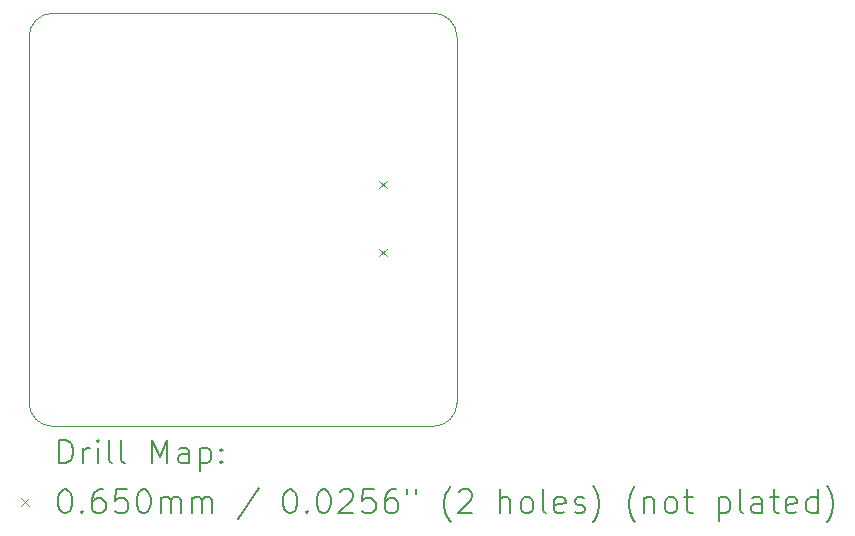
<source format=gbr>
%TF.GenerationSoftware,KiCad,Pcbnew,9.0.1*%
%TF.CreationDate,2025-04-29T03:14:40+06:00*%
%TF.ProjectId,stm32f401,73746d33-3266-4343-9031-2e6b69636164,rev?*%
%TF.SameCoordinates,Original*%
%TF.FileFunction,Drillmap*%
%TF.FilePolarity,Positive*%
%FSLAX45Y45*%
G04 Gerber Fmt 4.5, Leading zero omitted, Abs format (unit mm)*
G04 Created by KiCad (PCBNEW 9.0.1) date 2025-04-29 03:14:40*
%MOMM*%
%LPD*%
G01*
G04 APERTURE LIST*
%ADD10C,0.050000*%
%ADD11C,0.200000*%
%ADD12C,0.100000*%
G04 APERTURE END LIST*
D10*
X4200000Y-5000000D02*
X7424000Y-4998000D01*
X7624578Y-8297040D02*
X7623579Y-5198420D01*
X4200000Y-8496000D02*
X7424579Y-8497040D01*
X4000000Y-8296000D02*
X4000000Y-5200000D01*
X4200000Y-8496000D02*
G75*
G02*
X4000000Y-8296000I0J200000D01*
G01*
X7624579Y-8297040D02*
G75*
G02*
X7424579Y-8497040I-200000J0D01*
G01*
X7423579Y-4998421D02*
G75*
G02*
X7623579Y-5198421I0J-200000D01*
G01*
X4000000Y-5200000D02*
G75*
G02*
X4200000Y-5000000I200000J0D01*
G01*
D11*
D12*
X6964000Y-6415500D02*
X7029000Y-6480500D01*
X7029000Y-6415500D02*
X6964000Y-6480500D01*
X6964000Y-6993500D02*
X7029000Y-7058500D01*
X7029000Y-6993500D02*
X6964000Y-7058500D01*
D11*
X4258277Y-8811024D02*
X4258277Y-8611024D01*
X4258277Y-8611024D02*
X4305896Y-8611024D01*
X4305896Y-8611024D02*
X4334467Y-8620548D01*
X4334467Y-8620548D02*
X4353515Y-8639595D01*
X4353515Y-8639595D02*
X4363039Y-8658643D01*
X4363039Y-8658643D02*
X4372563Y-8696738D01*
X4372563Y-8696738D02*
X4372563Y-8725310D01*
X4372563Y-8725310D02*
X4363039Y-8763405D01*
X4363039Y-8763405D02*
X4353515Y-8782453D01*
X4353515Y-8782453D02*
X4334467Y-8801500D01*
X4334467Y-8801500D02*
X4305896Y-8811024D01*
X4305896Y-8811024D02*
X4258277Y-8811024D01*
X4458277Y-8811024D02*
X4458277Y-8677691D01*
X4458277Y-8715786D02*
X4467801Y-8696738D01*
X4467801Y-8696738D02*
X4477324Y-8687214D01*
X4477324Y-8687214D02*
X4496372Y-8677691D01*
X4496372Y-8677691D02*
X4515420Y-8677691D01*
X4582086Y-8811024D02*
X4582086Y-8677691D01*
X4582086Y-8611024D02*
X4572563Y-8620548D01*
X4572563Y-8620548D02*
X4582086Y-8630072D01*
X4582086Y-8630072D02*
X4591610Y-8620548D01*
X4591610Y-8620548D02*
X4582086Y-8611024D01*
X4582086Y-8611024D02*
X4582086Y-8630072D01*
X4705896Y-8811024D02*
X4686848Y-8801500D01*
X4686848Y-8801500D02*
X4677324Y-8782453D01*
X4677324Y-8782453D02*
X4677324Y-8611024D01*
X4810658Y-8811024D02*
X4791610Y-8801500D01*
X4791610Y-8801500D02*
X4782086Y-8782453D01*
X4782086Y-8782453D02*
X4782086Y-8611024D01*
X5039229Y-8811024D02*
X5039229Y-8611024D01*
X5039229Y-8611024D02*
X5105896Y-8753881D01*
X5105896Y-8753881D02*
X5172563Y-8611024D01*
X5172563Y-8611024D02*
X5172563Y-8811024D01*
X5353515Y-8811024D02*
X5353515Y-8706262D01*
X5353515Y-8706262D02*
X5343991Y-8687214D01*
X5343991Y-8687214D02*
X5324944Y-8677691D01*
X5324944Y-8677691D02*
X5286848Y-8677691D01*
X5286848Y-8677691D02*
X5267801Y-8687214D01*
X5353515Y-8801500D02*
X5334467Y-8811024D01*
X5334467Y-8811024D02*
X5286848Y-8811024D01*
X5286848Y-8811024D02*
X5267801Y-8801500D01*
X5267801Y-8801500D02*
X5258277Y-8782453D01*
X5258277Y-8782453D02*
X5258277Y-8763405D01*
X5258277Y-8763405D02*
X5267801Y-8744357D01*
X5267801Y-8744357D02*
X5286848Y-8734834D01*
X5286848Y-8734834D02*
X5334467Y-8734834D01*
X5334467Y-8734834D02*
X5353515Y-8725310D01*
X5448753Y-8677691D02*
X5448753Y-8877691D01*
X5448753Y-8687214D02*
X5467801Y-8677691D01*
X5467801Y-8677691D02*
X5505896Y-8677691D01*
X5505896Y-8677691D02*
X5524944Y-8687214D01*
X5524944Y-8687214D02*
X5534467Y-8696738D01*
X5534467Y-8696738D02*
X5543991Y-8715786D01*
X5543991Y-8715786D02*
X5543991Y-8772929D01*
X5543991Y-8772929D02*
X5534467Y-8791976D01*
X5534467Y-8791976D02*
X5524944Y-8801500D01*
X5524944Y-8801500D02*
X5505896Y-8811024D01*
X5505896Y-8811024D02*
X5467801Y-8811024D01*
X5467801Y-8811024D02*
X5448753Y-8801500D01*
X5629705Y-8791976D02*
X5639229Y-8801500D01*
X5639229Y-8801500D02*
X5629705Y-8811024D01*
X5629705Y-8811024D02*
X5620182Y-8801500D01*
X5620182Y-8801500D02*
X5629705Y-8791976D01*
X5629705Y-8791976D02*
X5629705Y-8811024D01*
X5629705Y-8687214D02*
X5639229Y-8696738D01*
X5639229Y-8696738D02*
X5629705Y-8706262D01*
X5629705Y-8706262D02*
X5620182Y-8696738D01*
X5620182Y-8696738D02*
X5629705Y-8687214D01*
X5629705Y-8687214D02*
X5629705Y-8706262D01*
D12*
X3932500Y-9107040D02*
X3997500Y-9172040D01*
X3997500Y-9107040D02*
X3932500Y-9172040D01*
D11*
X4296372Y-9031024D02*
X4315420Y-9031024D01*
X4315420Y-9031024D02*
X4334467Y-9040548D01*
X4334467Y-9040548D02*
X4343991Y-9050072D01*
X4343991Y-9050072D02*
X4353515Y-9069119D01*
X4353515Y-9069119D02*
X4363039Y-9107214D01*
X4363039Y-9107214D02*
X4363039Y-9154834D01*
X4363039Y-9154834D02*
X4353515Y-9192929D01*
X4353515Y-9192929D02*
X4343991Y-9211976D01*
X4343991Y-9211976D02*
X4334467Y-9221500D01*
X4334467Y-9221500D02*
X4315420Y-9231024D01*
X4315420Y-9231024D02*
X4296372Y-9231024D01*
X4296372Y-9231024D02*
X4277324Y-9221500D01*
X4277324Y-9221500D02*
X4267801Y-9211976D01*
X4267801Y-9211976D02*
X4258277Y-9192929D01*
X4258277Y-9192929D02*
X4248753Y-9154834D01*
X4248753Y-9154834D02*
X4248753Y-9107214D01*
X4248753Y-9107214D02*
X4258277Y-9069119D01*
X4258277Y-9069119D02*
X4267801Y-9050072D01*
X4267801Y-9050072D02*
X4277324Y-9040548D01*
X4277324Y-9040548D02*
X4296372Y-9031024D01*
X4448753Y-9211976D02*
X4458277Y-9221500D01*
X4458277Y-9221500D02*
X4448753Y-9231024D01*
X4448753Y-9231024D02*
X4439229Y-9221500D01*
X4439229Y-9221500D02*
X4448753Y-9211976D01*
X4448753Y-9211976D02*
X4448753Y-9231024D01*
X4629705Y-9031024D02*
X4591610Y-9031024D01*
X4591610Y-9031024D02*
X4572563Y-9040548D01*
X4572563Y-9040548D02*
X4563039Y-9050072D01*
X4563039Y-9050072D02*
X4543991Y-9078643D01*
X4543991Y-9078643D02*
X4534467Y-9116738D01*
X4534467Y-9116738D02*
X4534467Y-9192929D01*
X4534467Y-9192929D02*
X4543991Y-9211976D01*
X4543991Y-9211976D02*
X4553515Y-9221500D01*
X4553515Y-9221500D02*
X4572563Y-9231024D01*
X4572563Y-9231024D02*
X4610658Y-9231024D01*
X4610658Y-9231024D02*
X4629705Y-9221500D01*
X4629705Y-9221500D02*
X4639229Y-9211976D01*
X4639229Y-9211976D02*
X4648753Y-9192929D01*
X4648753Y-9192929D02*
X4648753Y-9145310D01*
X4648753Y-9145310D02*
X4639229Y-9126262D01*
X4639229Y-9126262D02*
X4629705Y-9116738D01*
X4629705Y-9116738D02*
X4610658Y-9107214D01*
X4610658Y-9107214D02*
X4572563Y-9107214D01*
X4572563Y-9107214D02*
X4553515Y-9116738D01*
X4553515Y-9116738D02*
X4543991Y-9126262D01*
X4543991Y-9126262D02*
X4534467Y-9145310D01*
X4829705Y-9031024D02*
X4734467Y-9031024D01*
X4734467Y-9031024D02*
X4724944Y-9126262D01*
X4724944Y-9126262D02*
X4734467Y-9116738D01*
X4734467Y-9116738D02*
X4753515Y-9107214D01*
X4753515Y-9107214D02*
X4801134Y-9107214D01*
X4801134Y-9107214D02*
X4820182Y-9116738D01*
X4820182Y-9116738D02*
X4829705Y-9126262D01*
X4829705Y-9126262D02*
X4839229Y-9145310D01*
X4839229Y-9145310D02*
X4839229Y-9192929D01*
X4839229Y-9192929D02*
X4829705Y-9211976D01*
X4829705Y-9211976D02*
X4820182Y-9221500D01*
X4820182Y-9221500D02*
X4801134Y-9231024D01*
X4801134Y-9231024D02*
X4753515Y-9231024D01*
X4753515Y-9231024D02*
X4734467Y-9221500D01*
X4734467Y-9221500D02*
X4724944Y-9211976D01*
X4963039Y-9031024D02*
X4982086Y-9031024D01*
X4982086Y-9031024D02*
X5001134Y-9040548D01*
X5001134Y-9040548D02*
X5010658Y-9050072D01*
X5010658Y-9050072D02*
X5020182Y-9069119D01*
X5020182Y-9069119D02*
X5029705Y-9107214D01*
X5029705Y-9107214D02*
X5029705Y-9154834D01*
X5029705Y-9154834D02*
X5020182Y-9192929D01*
X5020182Y-9192929D02*
X5010658Y-9211976D01*
X5010658Y-9211976D02*
X5001134Y-9221500D01*
X5001134Y-9221500D02*
X4982086Y-9231024D01*
X4982086Y-9231024D02*
X4963039Y-9231024D01*
X4963039Y-9231024D02*
X4943991Y-9221500D01*
X4943991Y-9221500D02*
X4934467Y-9211976D01*
X4934467Y-9211976D02*
X4924944Y-9192929D01*
X4924944Y-9192929D02*
X4915420Y-9154834D01*
X4915420Y-9154834D02*
X4915420Y-9107214D01*
X4915420Y-9107214D02*
X4924944Y-9069119D01*
X4924944Y-9069119D02*
X4934467Y-9050072D01*
X4934467Y-9050072D02*
X4943991Y-9040548D01*
X4943991Y-9040548D02*
X4963039Y-9031024D01*
X5115420Y-9231024D02*
X5115420Y-9097691D01*
X5115420Y-9116738D02*
X5124944Y-9107214D01*
X5124944Y-9107214D02*
X5143991Y-9097691D01*
X5143991Y-9097691D02*
X5172563Y-9097691D01*
X5172563Y-9097691D02*
X5191610Y-9107214D01*
X5191610Y-9107214D02*
X5201134Y-9126262D01*
X5201134Y-9126262D02*
X5201134Y-9231024D01*
X5201134Y-9126262D02*
X5210658Y-9107214D01*
X5210658Y-9107214D02*
X5229705Y-9097691D01*
X5229705Y-9097691D02*
X5258277Y-9097691D01*
X5258277Y-9097691D02*
X5277325Y-9107214D01*
X5277325Y-9107214D02*
X5286848Y-9126262D01*
X5286848Y-9126262D02*
X5286848Y-9231024D01*
X5382086Y-9231024D02*
X5382086Y-9097691D01*
X5382086Y-9116738D02*
X5391610Y-9107214D01*
X5391610Y-9107214D02*
X5410658Y-9097691D01*
X5410658Y-9097691D02*
X5439229Y-9097691D01*
X5439229Y-9097691D02*
X5458277Y-9107214D01*
X5458277Y-9107214D02*
X5467801Y-9126262D01*
X5467801Y-9126262D02*
X5467801Y-9231024D01*
X5467801Y-9126262D02*
X5477325Y-9107214D01*
X5477325Y-9107214D02*
X5496372Y-9097691D01*
X5496372Y-9097691D02*
X5524944Y-9097691D01*
X5524944Y-9097691D02*
X5543991Y-9107214D01*
X5543991Y-9107214D02*
X5553515Y-9126262D01*
X5553515Y-9126262D02*
X5553515Y-9231024D01*
X5943991Y-9021500D02*
X5772563Y-9278643D01*
X6201134Y-9031024D02*
X6220182Y-9031024D01*
X6220182Y-9031024D02*
X6239229Y-9040548D01*
X6239229Y-9040548D02*
X6248753Y-9050072D01*
X6248753Y-9050072D02*
X6258277Y-9069119D01*
X6258277Y-9069119D02*
X6267801Y-9107214D01*
X6267801Y-9107214D02*
X6267801Y-9154834D01*
X6267801Y-9154834D02*
X6258277Y-9192929D01*
X6258277Y-9192929D02*
X6248753Y-9211976D01*
X6248753Y-9211976D02*
X6239229Y-9221500D01*
X6239229Y-9221500D02*
X6220182Y-9231024D01*
X6220182Y-9231024D02*
X6201134Y-9231024D01*
X6201134Y-9231024D02*
X6182086Y-9221500D01*
X6182086Y-9221500D02*
X6172563Y-9211976D01*
X6172563Y-9211976D02*
X6163039Y-9192929D01*
X6163039Y-9192929D02*
X6153515Y-9154834D01*
X6153515Y-9154834D02*
X6153515Y-9107214D01*
X6153515Y-9107214D02*
X6163039Y-9069119D01*
X6163039Y-9069119D02*
X6172563Y-9050072D01*
X6172563Y-9050072D02*
X6182086Y-9040548D01*
X6182086Y-9040548D02*
X6201134Y-9031024D01*
X6353515Y-9211976D02*
X6363039Y-9221500D01*
X6363039Y-9221500D02*
X6353515Y-9231024D01*
X6353515Y-9231024D02*
X6343991Y-9221500D01*
X6343991Y-9221500D02*
X6353515Y-9211976D01*
X6353515Y-9211976D02*
X6353515Y-9231024D01*
X6486848Y-9031024D02*
X6505896Y-9031024D01*
X6505896Y-9031024D02*
X6524944Y-9040548D01*
X6524944Y-9040548D02*
X6534467Y-9050072D01*
X6534467Y-9050072D02*
X6543991Y-9069119D01*
X6543991Y-9069119D02*
X6553515Y-9107214D01*
X6553515Y-9107214D02*
X6553515Y-9154834D01*
X6553515Y-9154834D02*
X6543991Y-9192929D01*
X6543991Y-9192929D02*
X6534467Y-9211976D01*
X6534467Y-9211976D02*
X6524944Y-9221500D01*
X6524944Y-9221500D02*
X6505896Y-9231024D01*
X6505896Y-9231024D02*
X6486848Y-9231024D01*
X6486848Y-9231024D02*
X6467801Y-9221500D01*
X6467801Y-9221500D02*
X6458277Y-9211976D01*
X6458277Y-9211976D02*
X6448753Y-9192929D01*
X6448753Y-9192929D02*
X6439229Y-9154834D01*
X6439229Y-9154834D02*
X6439229Y-9107214D01*
X6439229Y-9107214D02*
X6448753Y-9069119D01*
X6448753Y-9069119D02*
X6458277Y-9050072D01*
X6458277Y-9050072D02*
X6467801Y-9040548D01*
X6467801Y-9040548D02*
X6486848Y-9031024D01*
X6629706Y-9050072D02*
X6639229Y-9040548D01*
X6639229Y-9040548D02*
X6658277Y-9031024D01*
X6658277Y-9031024D02*
X6705896Y-9031024D01*
X6705896Y-9031024D02*
X6724944Y-9040548D01*
X6724944Y-9040548D02*
X6734467Y-9050072D01*
X6734467Y-9050072D02*
X6743991Y-9069119D01*
X6743991Y-9069119D02*
X6743991Y-9088167D01*
X6743991Y-9088167D02*
X6734467Y-9116738D01*
X6734467Y-9116738D02*
X6620182Y-9231024D01*
X6620182Y-9231024D02*
X6743991Y-9231024D01*
X6924944Y-9031024D02*
X6829706Y-9031024D01*
X6829706Y-9031024D02*
X6820182Y-9126262D01*
X6820182Y-9126262D02*
X6829706Y-9116738D01*
X6829706Y-9116738D02*
X6848753Y-9107214D01*
X6848753Y-9107214D02*
X6896372Y-9107214D01*
X6896372Y-9107214D02*
X6915420Y-9116738D01*
X6915420Y-9116738D02*
X6924944Y-9126262D01*
X6924944Y-9126262D02*
X6934467Y-9145310D01*
X6934467Y-9145310D02*
X6934467Y-9192929D01*
X6934467Y-9192929D02*
X6924944Y-9211976D01*
X6924944Y-9211976D02*
X6915420Y-9221500D01*
X6915420Y-9221500D02*
X6896372Y-9231024D01*
X6896372Y-9231024D02*
X6848753Y-9231024D01*
X6848753Y-9231024D02*
X6829706Y-9221500D01*
X6829706Y-9221500D02*
X6820182Y-9211976D01*
X7105896Y-9031024D02*
X7067801Y-9031024D01*
X7067801Y-9031024D02*
X7048753Y-9040548D01*
X7048753Y-9040548D02*
X7039229Y-9050072D01*
X7039229Y-9050072D02*
X7020182Y-9078643D01*
X7020182Y-9078643D02*
X7010658Y-9116738D01*
X7010658Y-9116738D02*
X7010658Y-9192929D01*
X7010658Y-9192929D02*
X7020182Y-9211976D01*
X7020182Y-9211976D02*
X7029706Y-9221500D01*
X7029706Y-9221500D02*
X7048753Y-9231024D01*
X7048753Y-9231024D02*
X7086848Y-9231024D01*
X7086848Y-9231024D02*
X7105896Y-9221500D01*
X7105896Y-9221500D02*
X7115420Y-9211976D01*
X7115420Y-9211976D02*
X7124944Y-9192929D01*
X7124944Y-9192929D02*
X7124944Y-9145310D01*
X7124944Y-9145310D02*
X7115420Y-9126262D01*
X7115420Y-9126262D02*
X7105896Y-9116738D01*
X7105896Y-9116738D02*
X7086848Y-9107214D01*
X7086848Y-9107214D02*
X7048753Y-9107214D01*
X7048753Y-9107214D02*
X7029706Y-9116738D01*
X7029706Y-9116738D02*
X7020182Y-9126262D01*
X7020182Y-9126262D02*
X7010658Y-9145310D01*
X7201134Y-9031024D02*
X7201134Y-9069119D01*
X7277325Y-9031024D02*
X7277325Y-9069119D01*
X7572563Y-9307214D02*
X7563039Y-9297691D01*
X7563039Y-9297691D02*
X7543991Y-9269119D01*
X7543991Y-9269119D02*
X7534468Y-9250072D01*
X7534468Y-9250072D02*
X7524944Y-9221500D01*
X7524944Y-9221500D02*
X7515420Y-9173881D01*
X7515420Y-9173881D02*
X7515420Y-9135786D01*
X7515420Y-9135786D02*
X7524944Y-9088167D01*
X7524944Y-9088167D02*
X7534468Y-9059595D01*
X7534468Y-9059595D02*
X7543991Y-9040548D01*
X7543991Y-9040548D02*
X7563039Y-9011976D01*
X7563039Y-9011976D02*
X7572563Y-9002453D01*
X7639229Y-9050072D02*
X7648753Y-9040548D01*
X7648753Y-9040548D02*
X7667801Y-9031024D01*
X7667801Y-9031024D02*
X7715420Y-9031024D01*
X7715420Y-9031024D02*
X7734468Y-9040548D01*
X7734468Y-9040548D02*
X7743991Y-9050072D01*
X7743991Y-9050072D02*
X7753515Y-9069119D01*
X7753515Y-9069119D02*
X7753515Y-9088167D01*
X7753515Y-9088167D02*
X7743991Y-9116738D01*
X7743991Y-9116738D02*
X7629706Y-9231024D01*
X7629706Y-9231024D02*
X7753515Y-9231024D01*
X7991610Y-9231024D02*
X7991610Y-9031024D01*
X8077325Y-9231024D02*
X8077325Y-9126262D01*
X8077325Y-9126262D02*
X8067801Y-9107214D01*
X8067801Y-9107214D02*
X8048753Y-9097691D01*
X8048753Y-9097691D02*
X8020182Y-9097691D01*
X8020182Y-9097691D02*
X8001134Y-9107214D01*
X8001134Y-9107214D02*
X7991610Y-9116738D01*
X8201134Y-9231024D02*
X8182087Y-9221500D01*
X8182087Y-9221500D02*
X8172563Y-9211976D01*
X8172563Y-9211976D02*
X8163039Y-9192929D01*
X8163039Y-9192929D02*
X8163039Y-9135786D01*
X8163039Y-9135786D02*
X8172563Y-9116738D01*
X8172563Y-9116738D02*
X8182087Y-9107214D01*
X8182087Y-9107214D02*
X8201134Y-9097691D01*
X8201134Y-9097691D02*
X8229706Y-9097691D01*
X8229706Y-9097691D02*
X8248753Y-9107214D01*
X8248753Y-9107214D02*
X8258277Y-9116738D01*
X8258277Y-9116738D02*
X8267801Y-9135786D01*
X8267801Y-9135786D02*
X8267801Y-9192929D01*
X8267801Y-9192929D02*
X8258277Y-9211976D01*
X8258277Y-9211976D02*
X8248753Y-9221500D01*
X8248753Y-9221500D02*
X8229706Y-9231024D01*
X8229706Y-9231024D02*
X8201134Y-9231024D01*
X8382087Y-9231024D02*
X8363039Y-9221500D01*
X8363039Y-9221500D02*
X8353515Y-9202453D01*
X8353515Y-9202453D02*
X8353515Y-9031024D01*
X8534468Y-9221500D02*
X8515420Y-9231024D01*
X8515420Y-9231024D02*
X8477325Y-9231024D01*
X8477325Y-9231024D02*
X8458277Y-9221500D01*
X8458277Y-9221500D02*
X8448753Y-9202453D01*
X8448753Y-9202453D02*
X8448753Y-9126262D01*
X8448753Y-9126262D02*
X8458277Y-9107214D01*
X8458277Y-9107214D02*
X8477325Y-9097691D01*
X8477325Y-9097691D02*
X8515420Y-9097691D01*
X8515420Y-9097691D02*
X8534468Y-9107214D01*
X8534468Y-9107214D02*
X8543992Y-9126262D01*
X8543992Y-9126262D02*
X8543992Y-9145310D01*
X8543992Y-9145310D02*
X8448753Y-9164357D01*
X8620182Y-9221500D02*
X8639230Y-9231024D01*
X8639230Y-9231024D02*
X8677325Y-9231024D01*
X8677325Y-9231024D02*
X8696373Y-9221500D01*
X8696373Y-9221500D02*
X8705896Y-9202453D01*
X8705896Y-9202453D02*
X8705896Y-9192929D01*
X8705896Y-9192929D02*
X8696373Y-9173881D01*
X8696373Y-9173881D02*
X8677325Y-9164357D01*
X8677325Y-9164357D02*
X8648753Y-9164357D01*
X8648753Y-9164357D02*
X8629706Y-9154834D01*
X8629706Y-9154834D02*
X8620182Y-9135786D01*
X8620182Y-9135786D02*
X8620182Y-9126262D01*
X8620182Y-9126262D02*
X8629706Y-9107214D01*
X8629706Y-9107214D02*
X8648753Y-9097691D01*
X8648753Y-9097691D02*
X8677325Y-9097691D01*
X8677325Y-9097691D02*
X8696373Y-9107214D01*
X8772563Y-9307214D02*
X8782087Y-9297691D01*
X8782087Y-9297691D02*
X8801134Y-9269119D01*
X8801134Y-9269119D02*
X8810658Y-9250072D01*
X8810658Y-9250072D02*
X8820182Y-9221500D01*
X8820182Y-9221500D02*
X8829706Y-9173881D01*
X8829706Y-9173881D02*
X8829706Y-9135786D01*
X8829706Y-9135786D02*
X8820182Y-9088167D01*
X8820182Y-9088167D02*
X8810658Y-9059595D01*
X8810658Y-9059595D02*
X8801134Y-9040548D01*
X8801134Y-9040548D02*
X8782087Y-9011976D01*
X8782087Y-9011976D02*
X8772563Y-9002453D01*
X9134468Y-9307214D02*
X9124944Y-9297691D01*
X9124944Y-9297691D02*
X9105896Y-9269119D01*
X9105896Y-9269119D02*
X9096373Y-9250072D01*
X9096373Y-9250072D02*
X9086849Y-9221500D01*
X9086849Y-9221500D02*
X9077325Y-9173881D01*
X9077325Y-9173881D02*
X9077325Y-9135786D01*
X9077325Y-9135786D02*
X9086849Y-9088167D01*
X9086849Y-9088167D02*
X9096373Y-9059595D01*
X9096373Y-9059595D02*
X9105896Y-9040548D01*
X9105896Y-9040548D02*
X9124944Y-9011976D01*
X9124944Y-9011976D02*
X9134468Y-9002453D01*
X9210658Y-9097691D02*
X9210658Y-9231024D01*
X9210658Y-9116738D02*
X9220182Y-9107214D01*
X9220182Y-9107214D02*
X9239230Y-9097691D01*
X9239230Y-9097691D02*
X9267801Y-9097691D01*
X9267801Y-9097691D02*
X9286849Y-9107214D01*
X9286849Y-9107214D02*
X9296373Y-9126262D01*
X9296373Y-9126262D02*
X9296373Y-9231024D01*
X9420182Y-9231024D02*
X9401134Y-9221500D01*
X9401134Y-9221500D02*
X9391611Y-9211976D01*
X9391611Y-9211976D02*
X9382087Y-9192929D01*
X9382087Y-9192929D02*
X9382087Y-9135786D01*
X9382087Y-9135786D02*
X9391611Y-9116738D01*
X9391611Y-9116738D02*
X9401134Y-9107214D01*
X9401134Y-9107214D02*
X9420182Y-9097691D01*
X9420182Y-9097691D02*
X9448754Y-9097691D01*
X9448754Y-9097691D02*
X9467801Y-9107214D01*
X9467801Y-9107214D02*
X9477325Y-9116738D01*
X9477325Y-9116738D02*
X9486849Y-9135786D01*
X9486849Y-9135786D02*
X9486849Y-9192929D01*
X9486849Y-9192929D02*
X9477325Y-9211976D01*
X9477325Y-9211976D02*
X9467801Y-9221500D01*
X9467801Y-9221500D02*
X9448754Y-9231024D01*
X9448754Y-9231024D02*
X9420182Y-9231024D01*
X9543992Y-9097691D02*
X9620182Y-9097691D01*
X9572563Y-9031024D02*
X9572563Y-9202453D01*
X9572563Y-9202453D02*
X9582087Y-9221500D01*
X9582087Y-9221500D02*
X9601134Y-9231024D01*
X9601134Y-9231024D02*
X9620182Y-9231024D01*
X9839230Y-9097691D02*
X9839230Y-9297691D01*
X9839230Y-9107214D02*
X9858277Y-9097691D01*
X9858277Y-9097691D02*
X9896373Y-9097691D01*
X9896373Y-9097691D02*
X9915420Y-9107214D01*
X9915420Y-9107214D02*
X9924944Y-9116738D01*
X9924944Y-9116738D02*
X9934468Y-9135786D01*
X9934468Y-9135786D02*
X9934468Y-9192929D01*
X9934468Y-9192929D02*
X9924944Y-9211976D01*
X9924944Y-9211976D02*
X9915420Y-9221500D01*
X9915420Y-9221500D02*
X9896373Y-9231024D01*
X9896373Y-9231024D02*
X9858277Y-9231024D01*
X9858277Y-9231024D02*
X9839230Y-9221500D01*
X10048754Y-9231024D02*
X10029706Y-9221500D01*
X10029706Y-9221500D02*
X10020182Y-9202453D01*
X10020182Y-9202453D02*
X10020182Y-9031024D01*
X10210658Y-9231024D02*
X10210658Y-9126262D01*
X10210658Y-9126262D02*
X10201135Y-9107214D01*
X10201135Y-9107214D02*
X10182087Y-9097691D01*
X10182087Y-9097691D02*
X10143992Y-9097691D01*
X10143992Y-9097691D02*
X10124944Y-9107214D01*
X10210658Y-9221500D02*
X10191611Y-9231024D01*
X10191611Y-9231024D02*
X10143992Y-9231024D01*
X10143992Y-9231024D02*
X10124944Y-9221500D01*
X10124944Y-9221500D02*
X10115420Y-9202453D01*
X10115420Y-9202453D02*
X10115420Y-9183405D01*
X10115420Y-9183405D02*
X10124944Y-9164357D01*
X10124944Y-9164357D02*
X10143992Y-9154834D01*
X10143992Y-9154834D02*
X10191611Y-9154834D01*
X10191611Y-9154834D02*
X10210658Y-9145310D01*
X10277325Y-9097691D02*
X10353515Y-9097691D01*
X10305896Y-9031024D02*
X10305896Y-9202453D01*
X10305896Y-9202453D02*
X10315420Y-9221500D01*
X10315420Y-9221500D02*
X10334468Y-9231024D01*
X10334468Y-9231024D02*
X10353515Y-9231024D01*
X10496373Y-9221500D02*
X10477325Y-9231024D01*
X10477325Y-9231024D02*
X10439230Y-9231024D01*
X10439230Y-9231024D02*
X10420182Y-9221500D01*
X10420182Y-9221500D02*
X10410658Y-9202453D01*
X10410658Y-9202453D02*
X10410658Y-9126262D01*
X10410658Y-9126262D02*
X10420182Y-9107214D01*
X10420182Y-9107214D02*
X10439230Y-9097691D01*
X10439230Y-9097691D02*
X10477325Y-9097691D01*
X10477325Y-9097691D02*
X10496373Y-9107214D01*
X10496373Y-9107214D02*
X10505896Y-9126262D01*
X10505896Y-9126262D02*
X10505896Y-9145310D01*
X10505896Y-9145310D02*
X10410658Y-9164357D01*
X10677325Y-9231024D02*
X10677325Y-9031024D01*
X10677325Y-9221500D02*
X10658277Y-9231024D01*
X10658277Y-9231024D02*
X10620182Y-9231024D01*
X10620182Y-9231024D02*
X10601135Y-9221500D01*
X10601135Y-9221500D02*
X10591611Y-9211976D01*
X10591611Y-9211976D02*
X10582087Y-9192929D01*
X10582087Y-9192929D02*
X10582087Y-9135786D01*
X10582087Y-9135786D02*
X10591611Y-9116738D01*
X10591611Y-9116738D02*
X10601135Y-9107214D01*
X10601135Y-9107214D02*
X10620182Y-9097691D01*
X10620182Y-9097691D02*
X10658277Y-9097691D01*
X10658277Y-9097691D02*
X10677325Y-9107214D01*
X10753516Y-9307214D02*
X10763039Y-9297691D01*
X10763039Y-9297691D02*
X10782087Y-9269119D01*
X10782087Y-9269119D02*
X10791611Y-9250072D01*
X10791611Y-9250072D02*
X10801135Y-9221500D01*
X10801135Y-9221500D02*
X10810658Y-9173881D01*
X10810658Y-9173881D02*
X10810658Y-9135786D01*
X10810658Y-9135786D02*
X10801135Y-9088167D01*
X10801135Y-9088167D02*
X10791611Y-9059595D01*
X10791611Y-9059595D02*
X10782087Y-9040548D01*
X10782087Y-9040548D02*
X10763039Y-9011976D01*
X10763039Y-9011976D02*
X10753516Y-9002453D01*
M02*

</source>
